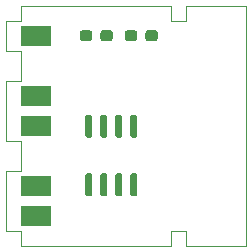
<source format=gbr>
%TF.GenerationSoftware,KiCad,Pcbnew,(5.1.9)-1*%
%TF.CreationDate,2021-04-16T00:55:01+02:00*%
%TF.ProjectId,13_TOR_N,31335f54-4f52-45f4-9e2e-6b696361645f,rev?*%
%TF.SameCoordinates,Original*%
%TF.FileFunction,Paste,Top*%
%TF.FilePolarity,Positive*%
%FSLAX46Y46*%
G04 Gerber Fmt 4.6, Leading zero omitted, Abs format (unit mm)*
G04 Created by KiCad (PCBNEW (5.1.9)-1) date 2021-04-16 00:55:01*
%MOMM*%
%LPD*%
G01*
G04 APERTURE LIST*
%TA.AperFunction,Profile*%
%ADD10C,0.050000*%
%TD*%
%ADD11R,2.524000X1.700000*%
G04 APERTURE END LIST*
D10*
X115570000Y-60960000D02*
X120650000Y-60960000D01*
X115570000Y-62230000D02*
X115570000Y-60960000D01*
X114300000Y-62230000D02*
X115570000Y-62230000D01*
X114300000Y-60960000D02*
X114300000Y-62230000D01*
X115570000Y-81280000D02*
X120650000Y-81280000D01*
X115570000Y-80010000D02*
X115570000Y-81280000D01*
X114300000Y-80010000D02*
X115570000Y-80010000D01*
X114300000Y-81280000D02*
X114300000Y-80010000D01*
X101600000Y-62230000D02*
X101600000Y-60960000D01*
X100330000Y-62230000D02*
X101600000Y-62230000D01*
X100330000Y-64770000D02*
X100330000Y-62230000D01*
X101600000Y-64770000D02*
X100330000Y-64770000D01*
X100330000Y-72390000D02*
X100330000Y-67310000D01*
X101600000Y-72390000D02*
X100330000Y-72390000D01*
X101600000Y-74930000D02*
X101600000Y-72390000D01*
X100330000Y-74930000D02*
X101600000Y-74930000D01*
X120650000Y-60960000D02*
X120650000Y-81280000D01*
X101600000Y-60960000D02*
X114300000Y-60960000D01*
X101600000Y-80010000D02*
X101600000Y-81280000D01*
X100330000Y-80010000D02*
X101600000Y-80010000D01*
X101600000Y-64770000D02*
X101600000Y-67310000D01*
X101600000Y-67310000D02*
X100330000Y-67310000D01*
X114300000Y-81280000D02*
X101600000Y-81280000D01*
X100330000Y-80010000D02*
X100330000Y-74930000D01*
D11*
%TO.C,J1*%
X102870000Y-71120000D03*
X102870000Y-71120000D03*
%TD*%
%TO.C,J2*%
X102870000Y-63500000D03*
X102870000Y-63500000D03*
%TD*%
%TO.C,J3*%
X102870000Y-76200000D03*
X102870000Y-76200000D03*
%TD*%
%TO.C,R1*%
G36*
G01*
X110360000Y-63737500D02*
X110360000Y-63262500D01*
G75*
G02*
X110597500Y-63025000I237500J0D01*
G01*
X111172500Y-63025000D01*
G75*
G02*
X111410000Y-63262500I0J-237500D01*
G01*
X111410000Y-63737500D01*
G75*
G02*
X111172500Y-63975000I-237500J0D01*
G01*
X110597500Y-63975000D01*
G75*
G02*
X110360000Y-63737500I0J237500D01*
G01*
G37*
G36*
G01*
X112110000Y-63737500D02*
X112110000Y-63262500D01*
G75*
G02*
X112347500Y-63025000I237500J0D01*
G01*
X112922500Y-63025000D01*
G75*
G02*
X113160000Y-63262500I0J-237500D01*
G01*
X113160000Y-63737500D01*
G75*
G02*
X112922500Y-63975000I-237500J0D01*
G01*
X112347500Y-63975000D01*
G75*
G02*
X112110000Y-63737500I0J237500D01*
G01*
G37*
%TD*%
%TO.C,R2*%
G36*
G01*
X108300000Y-63737500D02*
X108300000Y-63262500D01*
G75*
G02*
X108537500Y-63025000I237500J0D01*
G01*
X109112500Y-63025000D01*
G75*
G02*
X109350000Y-63262500I0J-237500D01*
G01*
X109350000Y-63737500D01*
G75*
G02*
X109112500Y-63975000I-237500J0D01*
G01*
X108537500Y-63975000D01*
G75*
G02*
X108300000Y-63737500I0J237500D01*
G01*
G37*
G36*
G01*
X106550000Y-63737500D02*
X106550000Y-63262500D01*
G75*
G02*
X106787500Y-63025000I237500J0D01*
G01*
X107362500Y-63025000D01*
G75*
G02*
X107600000Y-63262500I0J-237500D01*
G01*
X107600000Y-63737500D01*
G75*
G02*
X107362500Y-63975000I-237500J0D01*
G01*
X106787500Y-63975000D01*
G75*
G02*
X106550000Y-63737500I0J237500D01*
G01*
G37*
%TD*%
%TO.C,J4*%
X102870000Y-68580000D03*
X102870000Y-68580000D03*
%TD*%
%TO.C,J5*%
X102870000Y-78740000D03*
X102870000Y-78740000D03*
%TD*%
%TO.C,Q1*%
G36*
G01*
X110975000Y-70210000D02*
X111275000Y-70210000D01*
G75*
G02*
X111425000Y-70360000I0J-150000D01*
G01*
X111425000Y-72010000D01*
G75*
G02*
X111275000Y-72160000I-150000J0D01*
G01*
X110975000Y-72160000D01*
G75*
G02*
X110825000Y-72010000I0J150000D01*
G01*
X110825000Y-70360000D01*
G75*
G02*
X110975000Y-70210000I150000J0D01*
G01*
G37*
G36*
G01*
X109705000Y-70210000D02*
X110005000Y-70210000D01*
G75*
G02*
X110155000Y-70360000I0J-150000D01*
G01*
X110155000Y-72010000D01*
G75*
G02*
X110005000Y-72160000I-150000J0D01*
G01*
X109705000Y-72160000D01*
G75*
G02*
X109555000Y-72010000I0J150000D01*
G01*
X109555000Y-70360000D01*
G75*
G02*
X109705000Y-70210000I150000J0D01*
G01*
G37*
G36*
G01*
X108435000Y-70210000D02*
X108735000Y-70210000D01*
G75*
G02*
X108885000Y-70360000I0J-150000D01*
G01*
X108885000Y-72010000D01*
G75*
G02*
X108735000Y-72160000I-150000J0D01*
G01*
X108435000Y-72160000D01*
G75*
G02*
X108285000Y-72010000I0J150000D01*
G01*
X108285000Y-70360000D01*
G75*
G02*
X108435000Y-70210000I150000J0D01*
G01*
G37*
G36*
G01*
X107165000Y-70210000D02*
X107465000Y-70210000D01*
G75*
G02*
X107615000Y-70360000I0J-150000D01*
G01*
X107615000Y-72010000D01*
G75*
G02*
X107465000Y-72160000I-150000J0D01*
G01*
X107165000Y-72160000D01*
G75*
G02*
X107015000Y-72010000I0J150000D01*
G01*
X107015000Y-70360000D01*
G75*
G02*
X107165000Y-70210000I150000J0D01*
G01*
G37*
G36*
G01*
X107165000Y-75160000D02*
X107465000Y-75160000D01*
G75*
G02*
X107615000Y-75310000I0J-150000D01*
G01*
X107615000Y-76960000D01*
G75*
G02*
X107465000Y-77110000I-150000J0D01*
G01*
X107165000Y-77110000D01*
G75*
G02*
X107015000Y-76960000I0J150000D01*
G01*
X107015000Y-75310000D01*
G75*
G02*
X107165000Y-75160000I150000J0D01*
G01*
G37*
G36*
G01*
X108435000Y-75160000D02*
X108735000Y-75160000D01*
G75*
G02*
X108885000Y-75310000I0J-150000D01*
G01*
X108885000Y-76960000D01*
G75*
G02*
X108735000Y-77110000I-150000J0D01*
G01*
X108435000Y-77110000D01*
G75*
G02*
X108285000Y-76960000I0J150000D01*
G01*
X108285000Y-75310000D01*
G75*
G02*
X108435000Y-75160000I150000J0D01*
G01*
G37*
G36*
G01*
X109705000Y-75160000D02*
X110005000Y-75160000D01*
G75*
G02*
X110155000Y-75310000I0J-150000D01*
G01*
X110155000Y-76960000D01*
G75*
G02*
X110005000Y-77110000I-150000J0D01*
G01*
X109705000Y-77110000D01*
G75*
G02*
X109555000Y-76960000I0J150000D01*
G01*
X109555000Y-75310000D01*
G75*
G02*
X109705000Y-75160000I150000J0D01*
G01*
G37*
G36*
G01*
X110975000Y-75160000D02*
X111275000Y-75160000D01*
G75*
G02*
X111425000Y-75310000I0J-150000D01*
G01*
X111425000Y-76960000D01*
G75*
G02*
X111275000Y-77110000I-150000J0D01*
G01*
X110975000Y-77110000D01*
G75*
G02*
X110825000Y-76960000I0J150000D01*
G01*
X110825000Y-75310000D01*
G75*
G02*
X110975000Y-75160000I150000J0D01*
G01*
G37*
%TD*%
M02*

</source>
